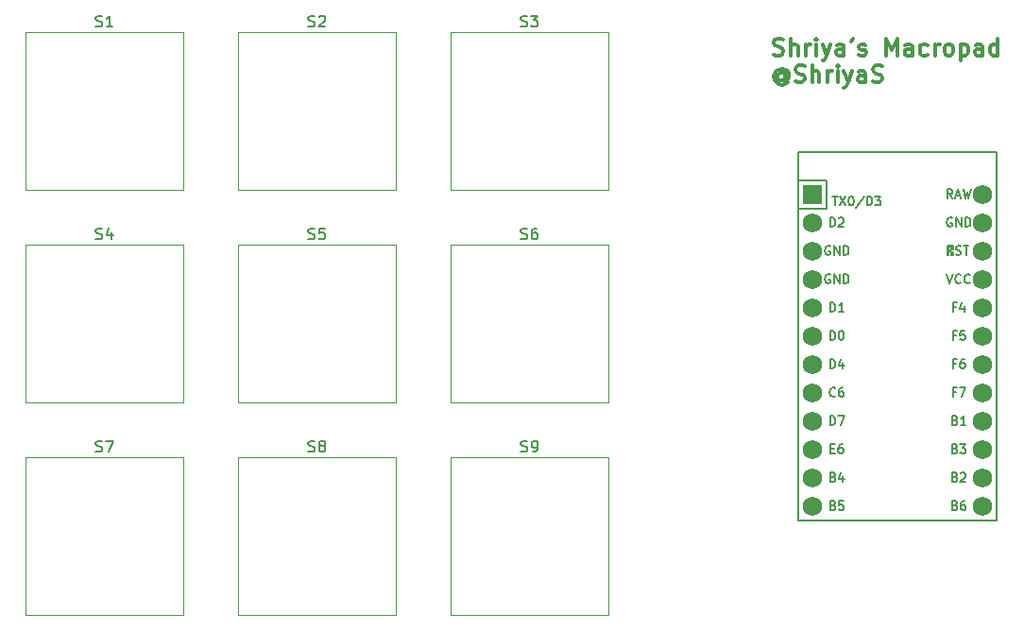
<source format=gbr>
%TF.GenerationSoftware,KiCad,Pcbnew,9.0.2*%
%TF.CreationDate,2025-06-28T14:34:15-07:00*%
%TF.ProjectId,untitled,756e7469-746c-4656-942e-6b696361645f,rev?*%
%TF.SameCoordinates,Original*%
%TF.FileFunction,Legend,Top*%
%TF.FilePolarity,Positive*%
%FSLAX46Y46*%
G04 Gerber Fmt 4.6, Leading zero omitted, Abs format (unit mm)*
G04 Created by KiCad (PCBNEW 9.0.2) date 2025-06-28 14:34:15*
%MOMM*%
%LPD*%
G01*
G04 APERTURE LIST*
%ADD10C,0.300000*%
%ADD11C,0.150000*%
%ADD12C,0.120000*%
%ADD13C,0.200000*%
%ADD14R,1.752600X1.752600*%
%ADD15C,1.752600*%
G04 APERTURE END LIST*
D10*
X160344332Y-71133234D02*
X160558618Y-71204662D01*
X160558618Y-71204662D02*
X160915760Y-71204662D01*
X160915760Y-71204662D02*
X161058618Y-71133234D01*
X161058618Y-71133234D02*
X161130046Y-71061805D01*
X161130046Y-71061805D02*
X161201475Y-70918948D01*
X161201475Y-70918948D02*
X161201475Y-70776091D01*
X161201475Y-70776091D02*
X161130046Y-70633234D01*
X161130046Y-70633234D02*
X161058618Y-70561805D01*
X161058618Y-70561805D02*
X160915760Y-70490376D01*
X160915760Y-70490376D02*
X160630046Y-70418948D01*
X160630046Y-70418948D02*
X160487189Y-70347519D01*
X160487189Y-70347519D02*
X160415760Y-70276091D01*
X160415760Y-70276091D02*
X160344332Y-70133234D01*
X160344332Y-70133234D02*
X160344332Y-69990376D01*
X160344332Y-69990376D02*
X160415760Y-69847519D01*
X160415760Y-69847519D02*
X160487189Y-69776091D01*
X160487189Y-69776091D02*
X160630046Y-69704662D01*
X160630046Y-69704662D02*
X160987189Y-69704662D01*
X160987189Y-69704662D02*
X161201475Y-69776091D01*
X161844331Y-71204662D02*
X161844331Y-69704662D01*
X162487189Y-71204662D02*
X162487189Y-70418948D01*
X162487189Y-70418948D02*
X162415760Y-70276091D01*
X162415760Y-70276091D02*
X162272903Y-70204662D01*
X162272903Y-70204662D02*
X162058617Y-70204662D01*
X162058617Y-70204662D02*
X161915760Y-70276091D01*
X161915760Y-70276091D02*
X161844331Y-70347519D01*
X163201474Y-71204662D02*
X163201474Y-70204662D01*
X163201474Y-70490376D02*
X163272903Y-70347519D01*
X163272903Y-70347519D02*
X163344332Y-70276091D01*
X163344332Y-70276091D02*
X163487189Y-70204662D01*
X163487189Y-70204662D02*
X163630046Y-70204662D01*
X164130045Y-71204662D02*
X164130045Y-70204662D01*
X164130045Y-69704662D02*
X164058617Y-69776091D01*
X164058617Y-69776091D02*
X164130045Y-69847519D01*
X164130045Y-69847519D02*
X164201474Y-69776091D01*
X164201474Y-69776091D02*
X164130045Y-69704662D01*
X164130045Y-69704662D02*
X164130045Y-69847519D01*
X164701474Y-70204662D02*
X165058617Y-71204662D01*
X165415760Y-70204662D02*
X165058617Y-71204662D01*
X165058617Y-71204662D02*
X164915760Y-71561805D01*
X164915760Y-71561805D02*
X164844331Y-71633234D01*
X164844331Y-71633234D02*
X164701474Y-71704662D01*
X166630046Y-71204662D02*
X166630046Y-70418948D01*
X166630046Y-70418948D02*
X166558617Y-70276091D01*
X166558617Y-70276091D02*
X166415760Y-70204662D01*
X166415760Y-70204662D02*
X166130046Y-70204662D01*
X166130046Y-70204662D02*
X165987188Y-70276091D01*
X166630046Y-71133234D02*
X166487188Y-71204662D01*
X166487188Y-71204662D02*
X166130046Y-71204662D01*
X166130046Y-71204662D02*
X165987188Y-71133234D01*
X165987188Y-71133234D02*
X165915760Y-70990376D01*
X165915760Y-70990376D02*
X165915760Y-70847519D01*
X165915760Y-70847519D02*
X165987188Y-70704662D01*
X165987188Y-70704662D02*
X166130046Y-70633234D01*
X166130046Y-70633234D02*
X166487188Y-70633234D01*
X166487188Y-70633234D02*
X166630046Y-70561805D01*
X167415760Y-69704662D02*
X167272903Y-69990376D01*
X167987189Y-71133234D02*
X168130046Y-71204662D01*
X168130046Y-71204662D02*
X168415760Y-71204662D01*
X168415760Y-71204662D02*
X168558617Y-71133234D01*
X168558617Y-71133234D02*
X168630046Y-70990376D01*
X168630046Y-70990376D02*
X168630046Y-70918948D01*
X168630046Y-70918948D02*
X168558617Y-70776091D01*
X168558617Y-70776091D02*
X168415760Y-70704662D01*
X168415760Y-70704662D02*
X168201475Y-70704662D01*
X168201475Y-70704662D02*
X168058617Y-70633234D01*
X168058617Y-70633234D02*
X167987189Y-70490376D01*
X167987189Y-70490376D02*
X167987189Y-70418948D01*
X167987189Y-70418948D02*
X168058617Y-70276091D01*
X168058617Y-70276091D02*
X168201475Y-70204662D01*
X168201475Y-70204662D02*
X168415760Y-70204662D01*
X168415760Y-70204662D02*
X168558617Y-70276091D01*
X170415760Y-71204662D02*
X170415760Y-69704662D01*
X170415760Y-69704662D02*
X170915760Y-70776091D01*
X170915760Y-70776091D02*
X171415760Y-69704662D01*
X171415760Y-69704662D02*
X171415760Y-71204662D01*
X172772904Y-71204662D02*
X172772904Y-70418948D01*
X172772904Y-70418948D02*
X172701475Y-70276091D01*
X172701475Y-70276091D02*
X172558618Y-70204662D01*
X172558618Y-70204662D02*
X172272904Y-70204662D01*
X172272904Y-70204662D02*
X172130046Y-70276091D01*
X172772904Y-71133234D02*
X172630046Y-71204662D01*
X172630046Y-71204662D02*
X172272904Y-71204662D01*
X172272904Y-71204662D02*
X172130046Y-71133234D01*
X172130046Y-71133234D02*
X172058618Y-70990376D01*
X172058618Y-70990376D02*
X172058618Y-70847519D01*
X172058618Y-70847519D02*
X172130046Y-70704662D01*
X172130046Y-70704662D02*
X172272904Y-70633234D01*
X172272904Y-70633234D02*
X172630046Y-70633234D01*
X172630046Y-70633234D02*
X172772904Y-70561805D01*
X174130047Y-71133234D02*
X173987189Y-71204662D01*
X173987189Y-71204662D02*
X173701475Y-71204662D01*
X173701475Y-71204662D02*
X173558618Y-71133234D01*
X173558618Y-71133234D02*
X173487189Y-71061805D01*
X173487189Y-71061805D02*
X173415761Y-70918948D01*
X173415761Y-70918948D02*
X173415761Y-70490376D01*
X173415761Y-70490376D02*
X173487189Y-70347519D01*
X173487189Y-70347519D02*
X173558618Y-70276091D01*
X173558618Y-70276091D02*
X173701475Y-70204662D01*
X173701475Y-70204662D02*
X173987189Y-70204662D01*
X173987189Y-70204662D02*
X174130047Y-70276091D01*
X174772903Y-71204662D02*
X174772903Y-70204662D01*
X174772903Y-70490376D02*
X174844332Y-70347519D01*
X174844332Y-70347519D02*
X174915761Y-70276091D01*
X174915761Y-70276091D02*
X175058618Y-70204662D01*
X175058618Y-70204662D02*
X175201475Y-70204662D01*
X175915760Y-71204662D02*
X175772903Y-71133234D01*
X175772903Y-71133234D02*
X175701474Y-71061805D01*
X175701474Y-71061805D02*
X175630046Y-70918948D01*
X175630046Y-70918948D02*
X175630046Y-70490376D01*
X175630046Y-70490376D02*
X175701474Y-70347519D01*
X175701474Y-70347519D02*
X175772903Y-70276091D01*
X175772903Y-70276091D02*
X175915760Y-70204662D01*
X175915760Y-70204662D02*
X176130046Y-70204662D01*
X176130046Y-70204662D02*
X176272903Y-70276091D01*
X176272903Y-70276091D02*
X176344332Y-70347519D01*
X176344332Y-70347519D02*
X176415760Y-70490376D01*
X176415760Y-70490376D02*
X176415760Y-70918948D01*
X176415760Y-70918948D02*
X176344332Y-71061805D01*
X176344332Y-71061805D02*
X176272903Y-71133234D01*
X176272903Y-71133234D02*
X176130046Y-71204662D01*
X176130046Y-71204662D02*
X175915760Y-71204662D01*
X177058617Y-70204662D02*
X177058617Y-71704662D01*
X177058617Y-70276091D02*
X177201475Y-70204662D01*
X177201475Y-70204662D02*
X177487189Y-70204662D01*
X177487189Y-70204662D02*
X177630046Y-70276091D01*
X177630046Y-70276091D02*
X177701475Y-70347519D01*
X177701475Y-70347519D02*
X177772903Y-70490376D01*
X177772903Y-70490376D02*
X177772903Y-70918948D01*
X177772903Y-70918948D02*
X177701475Y-71061805D01*
X177701475Y-71061805D02*
X177630046Y-71133234D01*
X177630046Y-71133234D02*
X177487189Y-71204662D01*
X177487189Y-71204662D02*
X177201475Y-71204662D01*
X177201475Y-71204662D02*
X177058617Y-71133234D01*
X179058618Y-71204662D02*
X179058618Y-70418948D01*
X179058618Y-70418948D02*
X178987189Y-70276091D01*
X178987189Y-70276091D02*
X178844332Y-70204662D01*
X178844332Y-70204662D02*
X178558618Y-70204662D01*
X178558618Y-70204662D02*
X178415760Y-70276091D01*
X179058618Y-71133234D02*
X178915760Y-71204662D01*
X178915760Y-71204662D02*
X178558618Y-71204662D01*
X178558618Y-71204662D02*
X178415760Y-71133234D01*
X178415760Y-71133234D02*
X178344332Y-70990376D01*
X178344332Y-70990376D02*
X178344332Y-70847519D01*
X178344332Y-70847519D02*
X178415760Y-70704662D01*
X178415760Y-70704662D02*
X178558618Y-70633234D01*
X178558618Y-70633234D02*
X178915760Y-70633234D01*
X178915760Y-70633234D02*
X179058618Y-70561805D01*
X180415761Y-71204662D02*
X180415761Y-69704662D01*
X180415761Y-71133234D02*
X180272903Y-71204662D01*
X180272903Y-71204662D02*
X179987189Y-71204662D01*
X179987189Y-71204662D02*
X179844332Y-71133234D01*
X179844332Y-71133234D02*
X179772903Y-71061805D01*
X179772903Y-71061805D02*
X179701475Y-70918948D01*
X179701475Y-70918948D02*
X179701475Y-70490376D01*
X179701475Y-70490376D02*
X179772903Y-70347519D01*
X179772903Y-70347519D02*
X179844332Y-70276091D01*
X179844332Y-70276091D02*
X179987189Y-70204662D01*
X179987189Y-70204662D02*
X180272903Y-70204662D01*
X180272903Y-70204662D02*
X180415761Y-70276091D01*
X161344332Y-72905292D02*
X161272903Y-72833864D01*
X161272903Y-72833864D02*
X161130046Y-72762435D01*
X161130046Y-72762435D02*
X160987189Y-72762435D01*
X160987189Y-72762435D02*
X160844332Y-72833864D01*
X160844332Y-72833864D02*
X160772903Y-72905292D01*
X160772903Y-72905292D02*
X160701475Y-73048150D01*
X160701475Y-73048150D02*
X160701475Y-73191007D01*
X160701475Y-73191007D02*
X160772903Y-73333864D01*
X160772903Y-73333864D02*
X160844332Y-73405292D01*
X160844332Y-73405292D02*
X160987189Y-73476721D01*
X160987189Y-73476721D02*
X161130046Y-73476721D01*
X161130046Y-73476721D02*
X161272903Y-73405292D01*
X161272903Y-73405292D02*
X161344332Y-73333864D01*
X161344332Y-72762435D02*
X161344332Y-73333864D01*
X161344332Y-73333864D02*
X161415760Y-73405292D01*
X161415760Y-73405292D02*
X161487189Y-73405292D01*
X161487189Y-73405292D02*
X161630046Y-73333864D01*
X161630046Y-73333864D02*
X161701475Y-73191007D01*
X161701475Y-73191007D02*
X161701475Y-72833864D01*
X161701475Y-72833864D02*
X161558618Y-72619578D01*
X161558618Y-72619578D02*
X161344332Y-72476721D01*
X161344332Y-72476721D02*
X161058618Y-72405292D01*
X161058618Y-72405292D02*
X160772903Y-72476721D01*
X160772903Y-72476721D02*
X160558618Y-72619578D01*
X160558618Y-72619578D02*
X160415760Y-72833864D01*
X160415760Y-72833864D02*
X160344332Y-73119578D01*
X160344332Y-73119578D02*
X160415760Y-73405292D01*
X160415760Y-73405292D02*
X160558618Y-73619578D01*
X160558618Y-73619578D02*
X160772903Y-73762435D01*
X160772903Y-73762435D02*
X161058618Y-73833864D01*
X161058618Y-73833864D02*
X161344332Y-73762435D01*
X161344332Y-73762435D02*
X161558618Y-73619578D01*
X162272903Y-73548150D02*
X162487189Y-73619578D01*
X162487189Y-73619578D02*
X162844331Y-73619578D01*
X162844331Y-73619578D02*
X162987189Y-73548150D01*
X162987189Y-73548150D02*
X163058617Y-73476721D01*
X163058617Y-73476721D02*
X163130046Y-73333864D01*
X163130046Y-73333864D02*
X163130046Y-73191007D01*
X163130046Y-73191007D02*
X163058617Y-73048150D01*
X163058617Y-73048150D02*
X162987189Y-72976721D01*
X162987189Y-72976721D02*
X162844331Y-72905292D01*
X162844331Y-72905292D02*
X162558617Y-72833864D01*
X162558617Y-72833864D02*
X162415760Y-72762435D01*
X162415760Y-72762435D02*
X162344331Y-72691007D01*
X162344331Y-72691007D02*
X162272903Y-72548150D01*
X162272903Y-72548150D02*
X162272903Y-72405292D01*
X162272903Y-72405292D02*
X162344331Y-72262435D01*
X162344331Y-72262435D02*
X162415760Y-72191007D01*
X162415760Y-72191007D02*
X162558617Y-72119578D01*
X162558617Y-72119578D02*
X162915760Y-72119578D01*
X162915760Y-72119578D02*
X163130046Y-72191007D01*
X163772902Y-73619578D02*
X163772902Y-72119578D01*
X164415760Y-73619578D02*
X164415760Y-72833864D01*
X164415760Y-72833864D02*
X164344331Y-72691007D01*
X164344331Y-72691007D02*
X164201474Y-72619578D01*
X164201474Y-72619578D02*
X163987188Y-72619578D01*
X163987188Y-72619578D02*
X163844331Y-72691007D01*
X163844331Y-72691007D02*
X163772902Y-72762435D01*
X165130045Y-73619578D02*
X165130045Y-72619578D01*
X165130045Y-72905292D02*
X165201474Y-72762435D01*
X165201474Y-72762435D02*
X165272903Y-72691007D01*
X165272903Y-72691007D02*
X165415760Y-72619578D01*
X165415760Y-72619578D02*
X165558617Y-72619578D01*
X166058616Y-73619578D02*
X166058616Y-72619578D01*
X166058616Y-72119578D02*
X165987188Y-72191007D01*
X165987188Y-72191007D02*
X166058616Y-72262435D01*
X166058616Y-72262435D02*
X166130045Y-72191007D01*
X166130045Y-72191007D02*
X166058616Y-72119578D01*
X166058616Y-72119578D02*
X166058616Y-72262435D01*
X166630045Y-72619578D02*
X166987188Y-73619578D01*
X167344331Y-72619578D02*
X166987188Y-73619578D01*
X166987188Y-73619578D02*
X166844331Y-73976721D01*
X166844331Y-73976721D02*
X166772902Y-74048150D01*
X166772902Y-74048150D02*
X166630045Y-74119578D01*
X168558617Y-73619578D02*
X168558617Y-72833864D01*
X168558617Y-72833864D02*
X168487188Y-72691007D01*
X168487188Y-72691007D02*
X168344331Y-72619578D01*
X168344331Y-72619578D02*
X168058617Y-72619578D01*
X168058617Y-72619578D02*
X167915759Y-72691007D01*
X168558617Y-73548150D02*
X168415759Y-73619578D01*
X168415759Y-73619578D02*
X168058617Y-73619578D01*
X168058617Y-73619578D02*
X167915759Y-73548150D01*
X167915759Y-73548150D02*
X167844331Y-73405292D01*
X167844331Y-73405292D02*
X167844331Y-73262435D01*
X167844331Y-73262435D02*
X167915759Y-73119578D01*
X167915759Y-73119578D02*
X168058617Y-73048150D01*
X168058617Y-73048150D02*
X168415759Y-73048150D01*
X168415759Y-73048150D02*
X168558617Y-72976721D01*
X169201474Y-73548150D02*
X169415760Y-73619578D01*
X169415760Y-73619578D02*
X169772902Y-73619578D01*
X169772902Y-73619578D02*
X169915760Y-73548150D01*
X169915760Y-73548150D02*
X169987188Y-73476721D01*
X169987188Y-73476721D02*
X170058617Y-73333864D01*
X170058617Y-73333864D02*
X170058617Y-73191007D01*
X170058617Y-73191007D02*
X169987188Y-73048150D01*
X169987188Y-73048150D02*
X169915760Y-72976721D01*
X169915760Y-72976721D02*
X169772902Y-72905292D01*
X169772902Y-72905292D02*
X169487188Y-72833864D01*
X169487188Y-72833864D02*
X169344331Y-72762435D01*
X169344331Y-72762435D02*
X169272902Y-72691007D01*
X169272902Y-72691007D02*
X169201474Y-72548150D01*
X169201474Y-72548150D02*
X169201474Y-72405292D01*
X169201474Y-72405292D02*
X169272902Y-72262435D01*
X169272902Y-72262435D02*
X169344331Y-72191007D01*
X169344331Y-72191007D02*
X169487188Y-72119578D01*
X169487188Y-72119578D02*
X169844331Y-72119578D01*
X169844331Y-72119578D02*
X170058617Y-72191007D01*
D11*
X99568095Y-87657200D02*
X99710952Y-87704819D01*
X99710952Y-87704819D02*
X99949047Y-87704819D01*
X99949047Y-87704819D02*
X100044285Y-87657200D01*
X100044285Y-87657200D02*
X100091904Y-87609580D01*
X100091904Y-87609580D02*
X100139523Y-87514342D01*
X100139523Y-87514342D02*
X100139523Y-87419104D01*
X100139523Y-87419104D02*
X100091904Y-87323866D01*
X100091904Y-87323866D02*
X100044285Y-87276247D01*
X100044285Y-87276247D02*
X99949047Y-87228628D01*
X99949047Y-87228628D02*
X99758571Y-87181009D01*
X99758571Y-87181009D02*
X99663333Y-87133390D01*
X99663333Y-87133390D02*
X99615714Y-87085771D01*
X99615714Y-87085771D02*
X99568095Y-86990533D01*
X99568095Y-86990533D02*
X99568095Y-86895295D01*
X99568095Y-86895295D02*
X99615714Y-86800057D01*
X99615714Y-86800057D02*
X99663333Y-86752438D01*
X99663333Y-86752438D02*
X99758571Y-86704819D01*
X99758571Y-86704819D02*
X99996666Y-86704819D01*
X99996666Y-86704819D02*
X100139523Y-86752438D01*
X100996666Y-87038152D02*
X100996666Y-87704819D01*
X100758571Y-86657200D02*
X100520476Y-87371485D01*
X100520476Y-87371485D02*
X101139523Y-87371485D01*
X137668095Y-87657200D02*
X137810952Y-87704819D01*
X137810952Y-87704819D02*
X138049047Y-87704819D01*
X138049047Y-87704819D02*
X138144285Y-87657200D01*
X138144285Y-87657200D02*
X138191904Y-87609580D01*
X138191904Y-87609580D02*
X138239523Y-87514342D01*
X138239523Y-87514342D02*
X138239523Y-87419104D01*
X138239523Y-87419104D02*
X138191904Y-87323866D01*
X138191904Y-87323866D02*
X138144285Y-87276247D01*
X138144285Y-87276247D02*
X138049047Y-87228628D01*
X138049047Y-87228628D02*
X137858571Y-87181009D01*
X137858571Y-87181009D02*
X137763333Y-87133390D01*
X137763333Y-87133390D02*
X137715714Y-87085771D01*
X137715714Y-87085771D02*
X137668095Y-86990533D01*
X137668095Y-86990533D02*
X137668095Y-86895295D01*
X137668095Y-86895295D02*
X137715714Y-86800057D01*
X137715714Y-86800057D02*
X137763333Y-86752438D01*
X137763333Y-86752438D02*
X137858571Y-86704819D01*
X137858571Y-86704819D02*
X138096666Y-86704819D01*
X138096666Y-86704819D02*
X138239523Y-86752438D01*
X139096666Y-86704819D02*
X138906190Y-86704819D01*
X138906190Y-86704819D02*
X138810952Y-86752438D01*
X138810952Y-86752438D02*
X138763333Y-86800057D01*
X138763333Y-86800057D02*
X138668095Y-86942914D01*
X138668095Y-86942914D02*
X138620476Y-87133390D01*
X138620476Y-87133390D02*
X138620476Y-87514342D01*
X138620476Y-87514342D02*
X138668095Y-87609580D01*
X138668095Y-87609580D02*
X138715714Y-87657200D01*
X138715714Y-87657200D02*
X138810952Y-87704819D01*
X138810952Y-87704819D02*
X139001428Y-87704819D01*
X139001428Y-87704819D02*
X139096666Y-87657200D01*
X139096666Y-87657200D02*
X139144285Y-87609580D01*
X139144285Y-87609580D02*
X139191904Y-87514342D01*
X139191904Y-87514342D02*
X139191904Y-87276247D01*
X139191904Y-87276247D02*
X139144285Y-87181009D01*
X139144285Y-87181009D02*
X139096666Y-87133390D01*
X139096666Y-87133390D02*
X139001428Y-87085771D01*
X139001428Y-87085771D02*
X138810952Y-87085771D01*
X138810952Y-87085771D02*
X138715714Y-87133390D01*
X138715714Y-87133390D02*
X138668095Y-87181009D01*
X138668095Y-87181009D02*
X138620476Y-87276247D01*
X137668095Y-106707200D02*
X137810952Y-106754819D01*
X137810952Y-106754819D02*
X138049047Y-106754819D01*
X138049047Y-106754819D02*
X138144285Y-106707200D01*
X138144285Y-106707200D02*
X138191904Y-106659580D01*
X138191904Y-106659580D02*
X138239523Y-106564342D01*
X138239523Y-106564342D02*
X138239523Y-106469104D01*
X138239523Y-106469104D02*
X138191904Y-106373866D01*
X138191904Y-106373866D02*
X138144285Y-106326247D01*
X138144285Y-106326247D02*
X138049047Y-106278628D01*
X138049047Y-106278628D02*
X137858571Y-106231009D01*
X137858571Y-106231009D02*
X137763333Y-106183390D01*
X137763333Y-106183390D02*
X137715714Y-106135771D01*
X137715714Y-106135771D02*
X137668095Y-106040533D01*
X137668095Y-106040533D02*
X137668095Y-105945295D01*
X137668095Y-105945295D02*
X137715714Y-105850057D01*
X137715714Y-105850057D02*
X137763333Y-105802438D01*
X137763333Y-105802438D02*
X137858571Y-105754819D01*
X137858571Y-105754819D02*
X138096666Y-105754819D01*
X138096666Y-105754819D02*
X138239523Y-105802438D01*
X138715714Y-106754819D02*
X138906190Y-106754819D01*
X138906190Y-106754819D02*
X139001428Y-106707200D01*
X139001428Y-106707200D02*
X139049047Y-106659580D01*
X139049047Y-106659580D02*
X139144285Y-106516723D01*
X139144285Y-106516723D02*
X139191904Y-106326247D01*
X139191904Y-106326247D02*
X139191904Y-105945295D01*
X139191904Y-105945295D02*
X139144285Y-105850057D01*
X139144285Y-105850057D02*
X139096666Y-105802438D01*
X139096666Y-105802438D02*
X139001428Y-105754819D01*
X139001428Y-105754819D02*
X138810952Y-105754819D01*
X138810952Y-105754819D02*
X138715714Y-105802438D01*
X138715714Y-105802438D02*
X138668095Y-105850057D01*
X138668095Y-105850057D02*
X138620476Y-105945295D01*
X138620476Y-105945295D02*
X138620476Y-106183390D01*
X138620476Y-106183390D02*
X138668095Y-106278628D01*
X138668095Y-106278628D02*
X138715714Y-106326247D01*
X138715714Y-106326247D02*
X138810952Y-106373866D01*
X138810952Y-106373866D02*
X139001428Y-106373866D01*
X139001428Y-106373866D02*
X139096666Y-106326247D01*
X139096666Y-106326247D02*
X139144285Y-106278628D01*
X139144285Y-106278628D02*
X139191904Y-106183390D01*
X118618095Y-87657200D02*
X118760952Y-87704819D01*
X118760952Y-87704819D02*
X118999047Y-87704819D01*
X118999047Y-87704819D02*
X119094285Y-87657200D01*
X119094285Y-87657200D02*
X119141904Y-87609580D01*
X119141904Y-87609580D02*
X119189523Y-87514342D01*
X119189523Y-87514342D02*
X119189523Y-87419104D01*
X119189523Y-87419104D02*
X119141904Y-87323866D01*
X119141904Y-87323866D02*
X119094285Y-87276247D01*
X119094285Y-87276247D02*
X118999047Y-87228628D01*
X118999047Y-87228628D02*
X118808571Y-87181009D01*
X118808571Y-87181009D02*
X118713333Y-87133390D01*
X118713333Y-87133390D02*
X118665714Y-87085771D01*
X118665714Y-87085771D02*
X118618095Y-86990533D01*
X118618095Y-86990533D02*
X118618095Y-86895295D01*
X118618095Y-86895295D02*
X118665714Y-86800057D01*
X118665714Y-86800057D02*
X118713333Y-86752438D01*
X118713333Y-86752438D02*
X118808571Y-86704819D01*
X118808571Y-86704819D02*
X119046666Y-86704819D01*
X119046666Y-86704819D02*
X119189523Y-86752438D01*
X120094285Y-86704819D02*
X119618095Y-86704819D01*
X119618095Y-86704819D02*
X119570476Y-87181009D01*
X119570476Y-87181009D02*
X119618095Y-87133390D01*
X119618095Y-87133390D02*
X119713333Y-87085771D01*
X119713333Y-87085771D02*
X119951428Y-87085771D01*
X119951428Y-87085771D02*
X120046666Y-87133390D01*
X120046666Y-87133390D02*
X120094285Y-87181009D01*
X120094285Y-87181009D02*
X120141904Y-87276247D01*
X120141904Y-87276247D02*
X120141904Y-87514342D01*
X120141904Y-87514342D02*
X120094285Y-87609580D01*
X120094285Y-87609580D02*
X120046666Y-87657200D01*
X120046666Y-87657200D02*
X119951428Y-87704819D01*
X119951428Y-87704819D02*
X119713333Y-87704819D01*
X119713333Y-87704819D02*
X119618095Y-87657200D01*
X119618095Y-87657200D02*
X119570476Y-87609580D01*
X118618095Y-68607200D02*
X118760952Y-68654819D01*
X118760952Y-68654819D02*
X118999047Y-68654819D01*
X118999047Y-68654819D02*
X119094285Y-68607200D01*
X119094285Y-68607200D02*
X119141904Y-68559580D01*
X119141904Y-68559580D02*
X119189523Y-68464342D01*
X119189523Y-68464342D02*
X119189523Y-68369104D01*
X119189523Y-68369104D02*
X119141904Y-68273866D01*
X119141904Y-68273866D02*
X119094285Y-68226247D01*
X119094285Y-68226247D02*
X118999047Y-68178628D01*
X118999047Y-68178628D02*
X118808571Y-68131009D01*
X118808571Y-68131009D02*
X118713333Y-68083390D01*
X118713333Y-68083390D02*
X118665714Y-68035771D01*
X118665714Y-68035771D02*
X118618095Y-67940533D01*
X118618095Y-67940533D02*
X118618095Y-67845295D01*
X118618095Y-67845295D02*
X118665714Y-67750057D01*
X118665714Y-67750057D02*
X118713333Y-67702438D01*
X118713333Y-67702438D02*
X118808571Y-67654819D01*
X118808571Y-67654819D02*
X119046666Y-67654819D01*
X119046666Y-67654819D02*
X119189523Y-67702438D01*
X119570476Y-67750057D02*
X119618095Y-67702438D01*
X119618095Y-67702438D02*
X119713333Y-67654819D01*
X119713333Y-67654819D02*
X119951428Y-67654819D01*
X119951428Y-67654819D02*
X120046666Y-67702438D01*
X120046666Y-67702438D02*
X120094285Y-67750057D01*
X120094285Y-67750057D02*
X120141904Y-67845295D01*
X120141904Y-67845295D02*
X120141904Y-67940533D01*
X120141904Y-67940533D02*
X120094285Y-68083390D01*
X120094285Y-68083390D02*
X119522857Y-68654819D01*
X119522857Y-68654819D02*
X120141904Y-68654819D01*
X165398524Y-104343545D02*
X165398524Y-103543545D01*
X165398524Y-103543545D02*
X165589000Y-103543545D01*
X165589000Y-103543545D02*
X165703286Y-103581640D01*
X165703286Y-103581640D02*
X165779476Y-103657830D01*
X165779476Y-103657830D02*
X165817571Y-103734021D01*
X165817571Y-103734021D02*
X165855667Y-103886402D01*
X165855667Y-103886402D02*
X165855667Y-104000688D01*
X165855667Y-104000688D02*
X165817571Y-104153069D01*
X165817571Y-104153069D02*
X165779476Y-104229259D01*
X165779476Y-104229259D02*
X165703286Y-104305450D01*
X165703286Y-104305450D02*
X165589000Y-104343545D01*
X165589000Y-104343545D02*
X165398524Y-104343545D01*
X166122333Y-103543545D02*
X166655667Y-103543545D01*
X166655667Y-103543545D02*
X166312809Y-104343545D01*
X165855667Y-101727354D02*
X165817571Y-101765450D01*
X165817571Y-101765450D02*
X165703286Y-101803545D01*
X165703286Y-101803545D02*
X165627095Y-101803545D01*
X165627095Y-101803545D02*
X165512809Y-101765450D01*
X165512809Y-101765450D02*
X165436619Y-101689259D01*
X165436619Y-101689259D02*
X165398524Y-101613069D01*
X165398524Y-101613069D02*
X165360428Y-101460688D01*
X165360428Y-101460688D02*
X165360428Y-101346402D01*
X165360428Y-101346402D02*
X165398524Y-101194021D01*
X165398524Y-101194021D02*
X165436619Y-101117830D01*
X165436619Y-101117830D02*
X165512809Y-101041640D01*
X165512809Y-101041640D02*
X165627095Y-101003545D01*
X165627095Y-101003545D02*
X165703286Y-101003545D01*
X165703286Y-101003545D02*
X165817571Y-101041640D01*
X165817571Y-101041640D02*
X165855667Y-101079735D01*
X166541381Y-101003545D02*
X166389000Y-101003545D01*
X166389000Y-101003545D02*
X166312809Y-101041640D01*
X166312809Y-101041640D02*
X166274714Y-101079735D01*
X166274714Y-101079735D02*
X166198524Y-101194021D01*
X166198524Y-101194021D02*
X166160428Y-101346402D01*
X166160428Y-101346402D02*
X166160428Y-101651164D01*
X166160428Y-101651164D02*
X166198524Y-101727354D01*
X166198524Y-101727354D02*
X166236619Y-101765450D01*
X166236619Y-101765450D02*
X166312809Y-101803545D01*
X166312809Y-101803545D02*
X166465190Y-101803545D01*
X166465190Y-101803545D02*
X166541381Y-101765450D01*
X166541381Y-101765450D02*
X166579476Y-101727354D01*
X166579476Y-101727354D02*
X166617571Y-101651164D01*
X166617571Y-101651164D02*
X166617571Y-101460688D01*
X166617571Y-101460688D02*
X166579476Y-101384497D01*
X166579476Y-101384497D02*
X166541381Y-101346402D01*
X166541381Y-101346402D02*
X166465190Y-101308307D01*
X166465190Y-101308307D02*
X166312809Y-101308307D01*
X166312809Y-101308307D02*
X166236619Y-101346402D01*
X166236619Y-101346402D02*
X166198524Y-101384497D01*
X166198524Y-101384497D02*
X166160428Y-101460688D01*
X165436619Y-106464497D02*
X165703285Y-106464497D01*
X165817571Y-106883545D02*
X165436619Y-106883545D01*
X165436619Y-106883545D02*
X165436619Y-106083545D01*
X165436619Y-106083545D02*
X165817571Y-106083545D01*
X166503286Y-106083545D02*
X166350905Y-106083545D01*
X166350905Y-106083545D02*
X166274714Y-106121640D01*
X166274714Y-106121640D02*
X166236619Y-106159735D01*
X166236619Y-106159735D02*
X166160429Y-106274021D01*
X166160429Y-106274021D02*
X166122333Y-106426402D01*
X166122333Y-106426402D02*
X166122333Y-106731164D01*
X166122333Y-106731164D02*
X166160429Y-106807354D01*
X166160429Y-106807354D02*
X166198524Y-106845450D01*
X166198524Y-106845450D02*
X166274714Y-106883545D01*
X166274714Y-106883545D02*
X166427095Y-106883545D01*
X166427095Y-106883545D02*
X166503286Y-106845450D01*
X166503286Y-106845450D02*
X166541381Y-106807354D01*
X166541381Y-106807354D02*
X166579476Y-106731164D01*
X166579476Y-106731164D02*
X166579476Y-106540688D01*
X166579476Y-106540688D02*
X166541381Y-106464497D01*
X166541381Y-106464497D02*
X166503286Y-106426402D01*
X166503286Y-106426402D02*
X166427095Y-106388307D01*
X166427095Y-106388307D02*
X166274714Y-106388307D01*
X166274714Y-106388307D02*
X166198524Y-106426402D01*
X166198524Y-106426402D02*
X166160429Y-106464497D01*
X166160429Y-106464497D02*
X166122333Y-106540688D01*
X165599523Y-83862295D02*
X166056666Y-83862295D01*
X165828094Y-84662295D02*
X165828094Y-83862295D01*
X166247142Y-83862295D02*
X166780476Y-84662295D01*
X166780476Y-83862295D02*
X166247142Y-84662295D01*
X167237619Y-83862295D02*
X167313809Y-83862295D01*
X167313809Y-83862295D02*
X167390000Y-83900390D01*
X167390000Y-83900390D02*
X167428095Y-83938485D01*
X167428095Y-83938485D02*
X167466190Y-84014676D01*
X167466190Y-84014676D02*
X167504285Y-84167057D01*
X167504285Y-84167057D02*
X167504285Y-84357533D01*
X167504285Y-84357533D02*
X167466190Y-84509914D01*
X167466190Y-84509914D02*
X167428095Y-84586104D01*
X167428095Y-84586104D02*
X167390000Y-84624200D01*
X167390000Y-84624200D02*
X167313809Y-84662295D01*
X167313809Y-84662295D02*
X167237619Y-84662295D01*
X167237619Y-84662295D02*
X167161428Y-84624200D01*
X167161428Y-84624200D02*
X167123333Y-84586104D01*
X167123333Y-84586104D02*
X167085238Y-84509914D01*
X167085238Y-84509914D02*
X167047142Y-84357533D01*
X167047142Y-84357533D02*
X167047142Y-84167057D01*
X167047142Y-84167057D02*
X167085238Y-84014676D01*
X167085238Y-84014676D02*
X167123333Y-83938485D01*
X167123333Y-83938485D02*
X167161428Y-83900390D01*
X167161428Y-83900390D02*
X167237619Y-83862295D01*
X168418571Y-83824200D02*
X167732857Y-84852771D01*
X168685238Y-84662295D02*
X168685238Y-83862295D01*
X168685238Y-83862295D02*
X168875714Y-83862295D01*
X168875714Y-83862295D02*
X168990000Y-83900390D01*
X168990000Y-83900390D02*
X169066190Y-83976580D01*
X169066190Y-83976580D02*
X169104285Y-84052771D01*
X169104285Y-84052771D02*
X169142381Y-84205152D01*
X169142381Y-84205152D02*
X169142381Y-84319438D01*
X169142381Y-84319438D02*
X169104285Y-84471819D01*
X169104285Y-84471819D02*
X169066190Y-84548009D01*
X169066190Y-84548009D02*
X168990000Y-84624200D01*
X168990000Y-84624200D02*
X168875714Y-84662295D01*
X168875714Y-84662295D02*
X168685238Y-84662295D01*
X169409047Y-83862295D02*
X169904285Y-83862295D01*
X169904285Y-83862295D02*
X169637619Y-84167057D01*
X169637619Y-84167057D02*
X169751904Y-84167057D01*
X169751904Y-84167057D02*
X169828095Y-84205152D01*
X169828095Y-84205152D02*
X169866190Y-84243247D01*
X169866190Y-84243247D02*
X169904285Y-84319438D01*
X169904285Y-84319438D02*
X169904285Y-84509914D01*
X169904285Y-84509914D02*
X169866190Y-84586104D01*
X169866190Y-84586104D02*
X169828095Y-84624200D01*
X169828095Y-84624200D02*
X169751904Y-84662295D01*
X169751904Y-84662295D02*
X169523333Y-84662295D01*
X169523333Y-84662295D02*
X169447142Y-84624200D01*
X169447142Y-84624200D02*
X169409047Y-84586104D01*
X165398524Y-96723545D02*
X165398524Y-95923545D01*
X165398524Y-95923545D02*
X165589000Y-95923545D01*
X165589000Y-95923545D02*
X165703286Y-95961640D01*
X165703286Y-95961640D02*
X165779476Y-96037830D01*
X165779476Y-96037830D02*
X165817571Y-96114021D01*
X165817571Y-96114021D02*
X165855667Y-96266402D01*
X165855667Y-96266402D02*
X165855667Y-96380688D01*
X165855667Y-96380688D02*
X165817571Y-96533069D01*
X165817571Y-96533069D02*
X165779476Y-96609259D01*
X165779476Y-96609259D02*
X165703286Y-96685450D01*
X165703286Y-96685450D02*
X165589000Y-96723545D01*
X165589000Y-96723545D02*
X165398524Y-96723545D01*
X166350905Y-95923545D02*
X166427095Y-95923545D01*
X166427095Y-95923545D02*
X166503286Y-95961640D01*
X166503286Y-95961640D02*
X166541381Y-95999735D01*
X166541381Y-95999735D02*
X166579476Y-96075926D01*
X166579476Y-96075926D02*
X166617571Y-96228307D01*
X166617571Y-96228307D02*
X166617571Y-96418783D01*
X166617571Y-96418783D02*
X166579476Y-96571164D01*
X166579476Y-96571164D02*
X166541381Y-96647354D01*
X166541381Y-96647354D02*
X166503286Y-96685450D01*
X166503286Y-96685450D02*
X166427095Y-96723545D01*
X166427095Y-96723545D02*
X166350905Y-96723545D01*
X166350905Y-96723545D02*
X166274714Y-96685450D01*
X166274714Y-96685450D02*
X166236619Y-96647354D01*
X166236619Y-96647354D02*
X166198524Y-96571164D01*
X166198524Y-96571164D02*
X166160428Y-96418783D01*
X166160428Y-96418783D02*
X166160428Y-96228307D01*
X166160428Y-96228307D02*
X166198524Y-96075926D01*
X166198524Y-96075926D02*
X166236619Y-95999735D01*
X166236619Y-95999735D02*
X166274714Y-95961640D01*
X166274714Y-95961640D02*
X166350905Y-95923545D01*
X176587190Y-106464497D02*
X176701476Y-106502592D01*
X176701476Y-106502592D02*
X176739571Y-106540688D01*
X176739571Y-106540688D02*
X176777667Y-106616878D01*
X176777667Y-106616878D02*
X176777667Y-106731164D01*
X176777667Y-106731164D02*
X176739571Y-106807354D01*
X176739571Y-106807354D02*
X176701476Y-106845450D01*
X176701476Y-106845450D02*
X176625286Y-106883545D01*
X176625286Y-106883545D02*
X176320524Y-106883545D01*
X176320524Y-106883545D02*
X176320524Y-106083545D01*
X176320524Y-106083545D02*
X176587190Y-106083545D01*
X176587190Y-106083545D02*
X176663381Y-106121640D01*
X176663381Y-106121640D02*
X176701476Y-106159735D01*
X176701476Y-106159735D02*
X176739571Y-106235926D01*
X176739571Y-106235926D02*
X176739571Y-106312116D01*
X176739571Y-106312116D02*
X176701476Y-106388307D01*
X176701476Y-106388307D02*
X176663381Y-106426402D01*
X176663381Y-106426402D02*
X176587190Y-106464497D01*
X176587190Y-106464497D02*
X176320524Y-106464497D01*
X177044333Y-106083545D02*
X177539571Y-106083545D01*
X177539571Y-106083545D02*
X177272905Y-106388307D01*
X177272905Y-106388307D02*
X177387190Y-106388307D01*
X177387190Y-106388307D02*
X177463381Y-106426402D01*
X177463381Y-106426402D02*
X177501476Y-106464497D01*
X177501476Y-106464497D02*
X177539571Y-106540688D01*
X177539571Y-106540688D02*
X177539571Y-106731164D01*
X177539571Y-106731164D02*
X177501476Y-106807354D01*
X177501476Y-106807354D02*
X177463381Y-106845450D01*
X177463381Y-106845450D02*
X177387190Y-106883545D01*
X177387190Y-106883545D02*
X177158619Y-106883545D01*
X177158619Y-106883545D02*
X177082428Y-106845450D01*
X177082428Y-106845450D02*
X177044333Y-106807354D01*
X176644333Y-93764497D02*
X176377667Y-93764497D01*
X176377667Y-94183545D02*
X176377667Y-93383545D01*
X176377667Y-93383545D02*
X176758619Y-93383545D01*
X177406238Y-93650211D02*
X177406238Y-94183545D01*
X177215762Y-93345450D02*
X177025285Y-93916878D01*
X177025285Y-93916878D02*
X177520524Y-93916878D01*
X175844333Y-90843545D02*
X176111000Y-91643545D01*
X176111000Y-91643545D02*
X176377666Y-90843545D01*
X177101476Y-91567354D02*
X177063380Y-91605450D01*
X177063380Y-91605450D02*
X176949095Y-91643545D01*
X176949095Y-91643545D02*
X176872904Y-91643545D01*
X176872904Y-91643545D02*
X176758618Y-91605450D01*
X176758618Y-91605450D02*
X176682428Y-91529259D01*
X176682428Y-91529259D02*
X176644333Y-91453069D01*
X176644333Y-91453069D02*
X176606237Y-91300688D01*
X176606237Y-91300688D02*
X176606237Y-91186402D01*
X176606237Y-91186402D02*
X176644333Y-91034021D01*
X176644333Y-91034021D02*
X176682428Y-90957830D01*
X176682428Y-90957830D02*
X176758618Y-90881640D01*
X176758618Y-90881640D02*
X176872904Y-90843545D01*
X176872904Y-90843545D02*
X176949095Y-90843545D01*
X176949095Y-90843545D02*
X177063380Y-90881640D01*
X177063380Y-90881640D02*
X177101476Y-90919735D01*
X177901476Y-91567354D02*
X177863380Y-91605450D01*
X177863380Y-91605450D02*
X177749095Y-91643545D01*
X177749095Y-91643545D02*
X177672904Y-91643545D01*
X177672904Y-91643545D02*
X177558618Y-91605450D01*
X177558618Y-91605450D02*
X177482428Y-91529259D01*
X177482428Y-91529259D02*
X177444333Y-91453069D01*
X177444333Y-91453069D02*
X177406237Y-91300688D01*
X177406237Y-91300688D02*
X177406237Y-91186402D01*
X177406237Y-91186402D02*
X177444333Y-91034021D01*
X177444333Y-91034021D02*
X177482428Y-90957830D01*
X177482428Y-90957830D02*
X177558618Y-90881640D01*
X177558618Y-90881640D02*
X177672904Y-90843545D01*
X177672904Y-90843545D02*
X177749095Y-90843545D01*
X177749095Y-90843545D02*
X177863380Y-90881640D01*
X177863380Y-90881640D02*
X177901476Y-90919735D01*
X165665190Y-111544497D02*
X165779476Y-111582592D01*
X165779476Y-111582592D02*
X165817571Y-111620688D01*
X165817571Y-111620688D02*
X165855667Y-111696878D01*
X165855667Y-111696878D02*
X165855667Y-111811164D01*
X165855667Y-111811164D02*
X165817571Y-111887354D01*
X165817571Y-111887354D02*
X165779476Y-111925450D01*
X165779476Y-111925450D02*
X165703286Y-111963545D01*
X165703286Y-111963545D02*
X165398524Y-111963545D01*
X165398524Y-111963545D02*
X165398524Y-111163545D01*
X165398524Y-111163545D02*
X165665190Y-111163545D01*
X165665190Y-111163545D02*
X165741381Y-111201640D01*
X165741381Y-111201640D02*
X165779476Y-111239735D01*
X165779476Y-111239735D02*
X165817571Y-111315926D01*
X165817571Y-111315926D02*
X165817571Y-111392116D01*
X165817571Y-111392116D02*
X165779476Y-111468307D01*
X165779476Y-111468307D02*
X165741381Y-111506402D01*
X165741381Y-111506402D02*
X165665190Y-111544497D01*
X165665190Y-111544497D02*
X165398524Y-111544497D01*
X166579476Y-111163545D02*
X166198524Y-111163545D01*
X166198524Y-111163545D02*
X166160428Y-111544497D01*
X166160428Y-111544497D02*
X166198524Y-111506402D01*
X166198524Y-111506402D02*
X166274714Y-111468307D01*
X166274714Y-111468307D02*
X166465190Y-111468307D01*
X166465190Y-111468307D02*
X166541381Y-111506402D01*
X166541381Y-111506402D02*
X166579476Y-111544497D01*
X166579476Y-111544497D02*
X166617571Y-111620688D01*
X166617571Y-111620688D02*
X166617571Y-111811164D01*
X166617571Y-111811164D02*
X166579476Y-111887354D01*
X166579476Y-111887354D02*
X166541381Y-111925450D01*
X166541381Y-111925450D02*
X166465190Y-111963545D01*
X166465190Y-111963545D02*
X166274714Y-111963545D01*
X166274714Y-111963545D02*
X166198524Y-111925450D01*
X166198524Y-111925450D02*
X166160428Y-111887354D01*
X176644333Y-98844497D02*
X176377667Y-98844497D01*
X176377667Y-99263545D02*
X176377667Y-98463545D01*
X176377667Y-98463545D02*
X176758619Y-98463545D01*
X177406238Y-98463545D02*
X177253857Y-98463545D01*
X177253857Y-98463545D02*
X177177666Y-98501640D01*
X177177666Y-98501640D02*
X177139571Y-98539735D01*
X177139571Y-98539735D02*
X177063381Y-98654021D01*
X177063381Y-98654021D02*
X177025285Y-98806402D01*
X177025285Y-98806402D02*
X177025285Y-99111164D01*
X177025285Y-99111164D02*
X177063381Y-99187354D01*
X177063381Y-99187354D02*
X177101476Y-99225450D01*
X177101476Y-99225450D02*
X177177666Y-99263545D01*
X177177666Y-99263545D02*
X177330047Y-99263545D01*
X177330047Y-99263545D02*
X177406238Y-99225450D01*
X177406238Y-99225450D02*
X177444333Y-99187354D01*
X177444333Y-99187354D02*
X177482428Y-99111164D01*
X177482428Y-99111164D02*
X177482428Y-98920688D01*
X177482428Y-98920688D02*
X177444333Y-98844497D01*
X177444333Y-98844497D02*
X177406238Y-98806402D01*
X177406238Y-98806402D02*
X177330047Y-98768307D01*
X177330047Y-98768307D02*
X177177666Y-98768307D01*
X177177666Y-98768307D02*
X177101476Y-98806402D01*
X177101476Y-98806402D02*
X177063381Y-98844497D01*
X177063381Y-98844497D02*
X177025285Y-98920688D01*
X176587190Y-109004497D02*
X176701476Y-109042592D01*
X176701476Y-109042592D02*
X176739571Y-109080688D01*
X176739571Y-109080688D02*
X176777667Y-109156878D01*
X176777667Y-109156878D02*
X176777667Y-109271164D01*
X176777667Y-109271164D02*
X176739571Y-109347354D01*
X176739571Y-109347354D02*
X176701476Y-109385450D01*
X176701476Y-109385450D02*
X176625286Y-109423545D01*
X176625286Y-109423545D02*
X176320524Y-109423545D01*
X176320524Y-109423545D02*
X176320524Y-108623545D01*
X176320524Y-108623545D02*
X176587190Y-108623545D01*
X176587190Y-108623545D02*
X176663381Y-108661640D01*
X176663381Y-108661640D02*
X176701476Y-108699735D01*
X176701476Y-108699735D02*
X176739571Y-108775926D01*
X176739571Y-108775926D02*
X176739571Y-108852116D01*
X176739571Y-108852116D02*
X176701476Y-108928307D01*
X176701476Y-108928307D02*
X176663381Y-108966402D01*
X176663381Y-108966402D02*
X176587190Y-109004497D01*
X176587190Y-109004497D02*
X176320524Y-109004497D01*
X177082428Y-108699735D02*
X177120524Y-108661640D01*
X177120524Y-108661640D02*
X177196714Y-108623545D01*
X177196714Y-108623545D02*
X177387190Y-108623545D01*
X177387190Y-108623545D02*
X177463381Y-108661640D01*
X177463381Y-108661640D02*
X177501476Y-108699735D01*
X177501476Y-108699735D02*
X177539571Y-108775926D01*
X177539571Y-108775926D02*
X177539571Y-108852116D01*
X177539571Y-108852116D02*
X177501476Y-108966402D01*
X177501476Y-108966402D02*
X177044333Y-109423545D01*
X177044333Y-109423545D02*
X177539571Y-109423545D01*
X176644333Y-101384497D02*
X176377667Y-101384497D01*
X176377667Y-101803545D02*
X176377667Y-101003545D01*
X176377667Y-101003545D02*
X176758619Y-101003545D01*
X176987190Y-101003545D02*
X177520524Y-101003545D01*
X177520524Y-101003545D02*
X177177666Y-101803545D01*
X165379476Y-90881640D02*
X165303286Y-90843545D01*
X165303286Y-90843545D02*
X165189000Y-90843545D01*
X165189000Y-90843545D02*
X165074714Y-90881640D01*
X165074714Y-90881640D02*
X164998524Y-90957830D01*
X164998524Y-90957830D02*
X164960429Y-91034021D01*
X164960429Y-91034021D02*
X164922333Y-91186402D01*
X164922333Y-91186402D02*
X164922333Y-91300688D01*
X164922333Y-91300688D02*
X164960429Y-91453069D01*
X164960429Y-91453069D02*
X164998524Y-91529259D01*
X164998524Y-91529259D02*
X165074714Y-91605450D01*
X165074714Y-91605450D02*
X165189000Y-91643545D01*
X165189000Y-91643545D02*
X165265191Y-91643545D01*
X165265191Y-91643545D02*
X165379476Y-91605450D01*
X165379476Y-91605450D02*
X165417572Y-91567354D01*
X165417572Y-91567354D02*
X165417572Y-91300688D01*
X165417572Y-91300688D02*
X165265191Y-91300688D01*
X165760429Y-91643545D02*
X165760429Y-90843545D01*
X165760429Y-90843545D02*
X166217572Y-91643545D01*
X166217572Y-91643545D02*
X166217572Y-90843545D01*
X166598524Y-91643545D02*
X166598524Y-90843545D01*
X166598524Y-90843545D02*
X166789000Y-90843545D01*
X166789000Y-90843545D02*
X166903286Y-90881640D01*
X166903286Y-90881640D02*
X166979476Y-90957830D01*
X166979476Y-90957830D02*
X167017571Y-91034021D01*
X167017571Y-91034021D02*
X167055667Y-91186402D01*
X167055667Y-91186402D02*
X167055667Y-91300688D01*
X167055667Y-91300688D02*
X167017571Y-91453069D01*
X167017571Y-91453069D02*
X166979476Y-91529259D01*
X166979476Y-91529259D02*
X166903286Y-91605450D01*
X166903286Y-91605450D02*
X166789000Y-91643545D01*
X166789000Y-91643545D02*
X166598524Y-91643545D01*
X165665190Y-109004497D02*
X165779476Y-109042592D01*
X165779476Y-109042592D02*
X165817571Y-109080688D01*
X165817571Y-109080688D02*
X165855667Y-109156878D01*
X165855667Y-109156878D02*
X165855667Y-109271164D01*
X165855667Y-109271164D02*
X165817571Y-109347354D01*
X165817571Y-109347354D02*
X165779476Y-109385450D01*
X165779476Y-109385450D02*
X165703286Y-109423545D01*
X165703286Y-109423545D02*
X165398524Y-109423545D01*
X165398524Y-109423545D02*
X165398524Y-108623545D01*
X165398524Y-108623545D02*
X165665190Y-108623545D01*
X165665190Y-108623545D02*
X165741381Y-108661640D01*
X165741381Y-108661640D02*
X165779476Y-108699735D01*
X165779476Y-108699735D02*
X165817571Y-108775926D01*
X165817571Y-108775926D02*
X165817571Y-108852116D01*
X165817571Y-108852116D02*
X165779476Y-108928307D01*
X165779476Y-108928307D02*
X165741381Y-108966402D01*
X165741381Y-108966402D02*
X165665190Y-109004497D01*
X165665190Y-109004497D02*
X165398524Y-109004497D01*
X166541381Y-108890211D02*
X166541381Y-109423545D01*
X166350905Y-108585450D02*
X166160428Y-109156878D01*
X166160428Y-109156878D02*
X166655667Y-109156878D01*
X176301476Y-85801640D02*
X176225286Y-85763545D01*
X176225286Y-85763545D02*
X176111000Y-85763545D01*
X176111000Y-85763545D02*
X175996714Y-85801640D01*
X175996714Y-85801640D02*
X175920524Y-85877830D01*
X175920524Y-85877830D02*
X175882429Y-85954021D01*
X175882429Y-85954021D02*
X175844333Y-86106402D01*
X175844333Y-86106402D02*
X175844333Y-86220688D01*
X175844333Y-86220688D02*
X175882429Y-86373069D01*
X175882429Y-86373069D02*
X175920524Y-86449259D01*
X175920524Y-86449259D02*
X175996714Y-86525450D01*
X175996714Y-86525450D02*
X176111000Y-86563545D01*
X176111000Y-86563545D02*
X176187191Y-86563545D01*
X176187191Y-86563545D02*
X176301476Y-86525450D01*
X176301476Y-86525450D02*
X176339572Y-86487354D01*
X176339572Y-86487354D02*
X176339572Y-86220688D01*
X176339572Y-86220688D02*
X176187191Y-86220688D01*
X176682429Y-86563545D02*
X176682429Y-85763545D01*
X176682429Y-85763545D02*
X177139572Y-86563545D01*
X177139572Y-86563545D02*
X177139572Y-85763545D01*
X177520524Y-86563545D02*
X177520524Y-85763545D01*
X177520524Y-85763545D02*
X177711000Y-85763545D01*
X177711000Y-85763545D02*
X177825286Y-85801640D01*
X177825286Y-85801640D02*
X177901476Y-85877830D01*
X177901476Y-85877830D02*
X177939571Y-85954021D01*
X177939571Y-85954021D02*
X177977667Y-86106402D01*
X177977667Y-86106402D02*
X177977667Y-86220688D01*
X177977667Y-86220688D02*
X177939571Y-86373069D01*
X177939571Y-86373069D02*
X177901476Y-86449259D01*
X177901476Y-86449259D02*
X177825286Y-86525450D01*
X177825286Y-86525450D02*
X177711000Y-86563545D01*
X177711000Y-86563545D02*
X177520524Y-86563545D01*
X165398524Y-99263545D02*
X165398524Y-98463545D01*
X165398524Y-98463545D02*
X165589000Y-98463545D01*
X165589000Y-98463545D02*
X165703286Y-98501640D01*
X165703286Y-98501640D02*
X165779476Y-98577830D01*
X165779476Y-98577830D02*
X165817571Y-98654021D01*
X165817571Y-98654021D02*
X165855667Y-98806402D01*
X165855667Y-98806402D02*
X165855667Y-98920688D01*
X165855667Y-98920688D02*
X165817571Y-99073069D01*
X165817571Y-99073069D02*
X165779476Y-99149259D01*
X165779476Y-99149259D02*
X165703286Y-99225450D01*
X165703286Y-99225450D02*
X165589000Y-99263545D01*
X165589000Y-99263545D02*
X165398524Y-99263545D01*
X166541381Y-98730211D02*
X166541381Y-99263545D01*
X166350905Y-98425450D02*
X166160428Y-98996878D01*
X166160428Y-98996878D02*
X166655667Y-98996878D01*
X176587190Y-111544497D02*
X176701476Y-111582592D01*
X176701476Y-111582592D02*
X176739571Y-111620688D01*
X176739571Y-111620688D02*
X176777667Y-111696878D01*
X176777667Y-111696878D02*
X176777667Y-111811164D01*
X176777667Y-111811164D02*
X176739571Y-111887354D01*
X176739571Y-111887354D02*
X176701476Y-111925450D01*
X176701476Y-111925450D02*
X176625286Y-111963545D01*
X176625286Y-111963545D02*
X176320524Y-111963545D01*
X176320524Y-111963545D02*
X176320524Y-111163545D01*
X176320524Y-111163545D02*
X176587190Y-111163545D01*
X176587190Y-111163545D02*
X176663381Y-111201640D01*
X176663381Y-111201640D02*
X176701476Y-111239735D01*
X176701476Y-111239735D02*
X176739571Y-111315926D01*
X176739571Y-111315926D02*
X176739571Y-111392116D01*
X176739571Y-111392116D02*
X176701476Y-111468307D01*
X176701476Y-111468307D02*
X176663381Y-111506402D01*
X176663381Y-111506402D02*
X176587190Y-111544497D01*
X176587190Y-111544497D02*
X176320524Y-111544497D01*
X177463381Y-111163545D02*
X177311000Y-111163545D01*
X177311000Y-111163545D02*
X177234809Y-111201640D01*
X177234809Y-111201640D02*
X177196714Y-111239735D01*
X177196714Y-111239735D02*
X177120524Y-111354021D01*
X177120524Y-111354021D02*
X177082428Y-111506402D01*
X177082428Y-111506402D02*
X177082428Y-111811164D01*
X177082428Y-111811164D02*
X177120524Y-111887354D01*
X177120524Y-111887354D02*
X177158619Y-111925450D01*
X177158619Y-111925450D02*
X177234809Y-111963545D01*
X177234809Y-111963545D02*
X177387190Y-111963545D01*
X177387190Y-111963545D02*
X177463381Y-111925450D01*
X177463381Y-111925450D02*
X177501476Y-111887354D01*
X177501476Y-111887354D02*
X177539571Y-111811164D01*
X177539571Y-111811164D02*
X177539571Y-111620688D01*
X177539571Y-111620688D02*
X177501476Y-111544497D01*
X177501476Y-111544497D02*
X177463381Y-111506402D01*
X177463381Y-111506402D02*
X177387190Y-111468307D01*
X177387190Y-111468307D02*
X177234809Y-111468307D01*
X177234809Y-111468307D02*
X177158619Y-111506402D01*
X177158619Y-111506402D02*
X177120524Y-111544497D01*
X177120524Y-111544497D02*
X177082428Y-111620688D01*
X176587190Y-103924497D02*
X176701476Y-103962592D01*
X176701476Y-103962592D02*
X176739571Y-104000688D01*
X176739571Y-104000688D02*
X176777667Y-104076878D01*
X176777667Y-104076878D02*
X176777667Y-104191164D01*
X176777667Y-104191164D02*
X176739571Y-104267354D01*
X176739571Y-104267354D02*
X176701476Y-104305450D01*
X176701476Y-104305450D02*
X176625286Y-104343545D01*
X176625286Y-104343545D02*
X176320524Y-104343545D01*
X176320524Y-104343545D02*
X176320524Y-103543545D01*
X176320524Y-103543545D02*
X176587190Y-103543545D01*
X176587190Y-103543545D02*
X176663381Y-103581640D01*
X176663381Y-103581640D02*
X176701476Y-103619735D01*
X176701476Y-103619735D02*
X176739571Y-103695926D01*
X176739571Y-103695926D02*
X176739571Y-103772116D01*
X176739571Y-103772116D02*
X176701476Y-103848307D01*
X176701476Y-103848307D02*
X176663381Y-103886402D01*
X176663381Y-103886402D02*
X176587190Y-103924497D01*
X176587190Y-103924497D02*
X176320524Y-103924497D01*
X177539571Y-104343545D02*
X177082428Y-104343545D01*
X177311000Y-104343545D02*
X177311000Y-103543545D01*
X177311000Y-103543545D02*
X177234809Y-103657830D01*
X177234809Y-103657830D02*
X177158619Y-103734021D01*
X177158619Y-103734021D02*
X177082428Y-103772116D01*
X176649786Y-89035450D02*
X176764072Y-89073545D01*
X176764072Y-89073545D02*
X176954548Y-89073545D01*
X176954548Y-89073545D02*
X177030739Y-89035450D01*
X177030739Y-89035450D02*
X177068834Y-88997354D01*
X177068834Y-88997354D02*
X177106929Y-88921164D01*
X177106929Y-88921164D02*
X177106929Y-88844973D01*
X177106929Y-88844973D02*
X177068834Y-88768783D01*
X177068834Y-88768783D02*
X177030739Y-88730688D01*
X177030739Y-88730688D02*
X176954548Y-88692592D01*
X176954548Y-88692592D02*
X176802167Y-88654497D01*
X176802167Y-88654497D02*
X176725977Y-88616402D01*
X176725977Y-88616402D02*
X176687882Y-88578307D01*
X176687882Y-88578307D02*
X176649786Y-88502116D01*
X176649786Y-88502116D02*
X176649786Y-88425926D01*
X176649786Y-88425926D02*
X176687882Y-88349735D01*
X176687882Y-88349735D02*
X176725977Y-88311640D01*
X176725977Y-88311640D02*
X176802167Y-88273545D01*
X176802167Y-88273545D02*
X176992644Y-88273545D01*
X176992644Y-88273545D02*
X177106929Y-88311640D01*
X177335501Y-88273545D02*
X177792644Y-88273545D01*
X177564072Y-89073545D02*
X177564072Y-88273545D01*
X165398524Y-94183545D02*
X165398524Y-93383545D01*
X165398524Y-93383545D02*
X165589000Y-93383545D01*
X165589000Y-93383545D02*
X165703286Y-93421640D01*
X165703286Y-93421640D02*
X165779476Y-93497830D01*
X165779476Y-93497830D02*
X165817571Y-93574021D01*
X165817571Y-93574021D02*
X165855667Y-93726402D01*
X165855667Y-93726402D02*
X165855667Y-93840688D01*
X165855667Y-93840688D02*
X165817571Y-93993069D01*
X165817571Y-93993069D02*
X165779476Y-94069259D01*
X165779476Y-94069259D02*
X165703286Y-94145450D01*
X165703286Y-94145450D02*
X165589000Y-94183545D01*
X165589000Y-94183545D02*
X165398524Y-94183545D01*
X166617571Y-94183545D02*
X166160428Y-94183545D01*
X166389000Y-94183545D02*
X166389000Y-93383545D01*
X166389000Y-93383545D02*
X166312809Y-93497830D01*
X166312809Y-93497830D02*
X166236619Y-93574021D01*
X166236619Y-93574021D02*
X166160428Y-93612116D01*
X165379476Y-88341640D02*
X165303286Y-88303545D01*
X165303286Y-88303545D02*
X165189000Y-88303545D01*
X165189000Y-88303545D02*
X165074714Y-88341640D01*
X165074714Y-88341640D02*
X164998524Y-88417830D01*
X164998524Y-88417830D02*
X164960429Y-88494021D01*
X164960429Y-88494021D02*
X164922333Y-88646402D01*
X164922333Y-88646402D02*
X164922333Y-88760688D01*
X164922333Y-88760688D02*
X164960429Y-88913069D01*
X164960429Y-88913069D02*
X164998524Y-88989259D01*
X164998524Y-88989259D02*
X165074714Y-89065450D01*
X165074714Y-89065450D02*
X165189000Y-89103545D01*
X165189000Y-89103545D02*
X165265191Y-89103545D01*
X165265191Y-89103545D02*
X165379476Y-89065450D01*
X165379476Y-89065450D02*
X165417572Y-89027354D01*
X165417572Y-89027354D02*
X165417572Y-88760688D01*
X165417572Y-88760688D02*
X165265191Y-88760688D01*
X165760429Y-89103545D02*
X165760429Y-88303545D01*
X165760429Y-88303545D02*
X166217572Y-89103545D01*
X166217572Y-89103545D02*
X166217572Y-88303545D01*
X166598524Y-89103545D02*
X166598524Y-88303545D01*
X166598524Y-88303545D02*
X166789000Y-88303545D01*
X166789000Y-88303545D02*
X166903286Y-88341640D01*
X166903286Y-88341640D02*
X166979476Y-88417830D01*
X166979476Y-88417830D02*
X167017571Y-88494021D01*
X167017571Y-88494021D02*
X167055667Y-88646402D01*
X167055667Y-88646402D02*
X167055667Y-88760688D01*
X167055667Y-88760688D02*
X167017571Y-88913069D01*
X167017571Y-88913069D02*
X166979476Y-88989259D01*
X166979476Y-88989259D02*
X166903286Y-89065450D01*
X166903286Y-89065450D02*
X166789000Y-89103545D01*
X166789000Y-89103545D02*
X166598524Y-89103545D01*
X176644333Y-96304497D02*
X176377667Y-96304497D01*
X176377667Y-96723545D02*
X176377667Y-95923545D01*
X176377667Y-95923545D02*
X176758619Y-95923545D01*
X177444333Y-95923545D02*
X177063381Y-95923545D01*
X177063381Y-95923545D02*
X177025285Y-96304497D01*
X177025285Y-96304497D02*
X177063381Y-96266402D01*
X177063381Y-96266402D02*
X177139571Y-96228307D01*
X177139571Y-96228307D02*
X177330047Y-96228307D01*
X177330047Y-96228307D02*
X177406238Y-96266402D01*
X177406238Y-96266402D02*
X177444333Y-96304497D01*
X177444333Y-96304497D02*
X177482428Y-96380688D01*
X177482428Y-96380688D02*
X177482428Y-96571164D01*
X177482428Y-96571164D02*
X177444333Y-96647354D01*
X177444333Y-96647354D02*
X177406238Y-96685450D01*
X177406238Y-96685450D02*
X177330047Y-96723545D01*
X177330047Y-96723545D02*
X177139571Y-96723545D01*
X177139571Y-96723545D02*
X177063381Y-96685450D01*
X177063381Y-96685450D02*
X177025285Y-96647354D01*
X165398524Y-86563545D02*
X165398524Y-85763545D01*
X165398524Y-85763545D02*
X165589000Y-85763545D01*
X165589000Y-85763545D02*
X165703286Y-85801640D01*
X165703286Y-85801640D02*
X165779476Y-85877830D01*
X165779476Y-85877830D02*
X165817571Y-85954021D01*
X165817571Y-85954021D02*
X165855667Y-86106402D01*
X165855667Y-86106402D02*
X165855667Y-86220688D01*
X165855667Y-86220688D02*
X165817571Y-86373069D01*
X165817571Y-86373069D02*
X165779476Y-86449259D01*
X165779476Y-86449259D02*
X165703286Y-86525450D01*
X165703286Y-86525450D02*
X165589000Y-86563545D01*
X165589000Y-86563545D02*
X165398524Y-86563545D01*
X166160428Y-85839735D02*
X166198524Y-85801640D01*
X166198524Y-85801640D02*
X166274714Y-85763545D01*
X166274714Y-85763545D02*
X166465190Y-85763545D01*
X166465190Y-85763545D02*
X166541381Y-85801640D01*
X166541381Y-85801640D02*
X166579476Y-85839735D01*
X166579476Y-85839735D02*
X166617571Y-85915926D01*
X166617571Y-85915926D02*
X166617571Y-85992116D01*
X166617571Y-85992116D02*
X166579476Y-86106402D01*
X166579476Y-86106402D02*
X166122333Y-86563545D01*
X166122333Y-86563545D02*
X166617571Y-86563545D01*
X176358619Y-84023545D02*
X176091952Y-83642592D01*
X175901476Y-84023545D02*
X175901476Y-83223545D01*
X175901476Y-83223545D02*
X176206238Y-83223545D01*
X176206238Y-83223545D02*
X176282428Y-83261640D01*
X176282428Y-83261640D02*
X176320523Y-83299735D01*
X176320523Y-83299735D02*
X176358619Y-83375926D01*
X176358619Y-83375926D02*
X176358619Y-83490211D01*
X176358619Y-83490211D02*
X176320523Y-83566402D01*
X176320523Y-83566402D02*
X176282428Y-83604497D01*
X176282428Y-83604497D02*
X176206238Y-83642592D01*
X176206238Y-83642592D02*
X175901476Y-83642592D01*
X176663380Y-83794973D02*
X177044333Y-83794973D01*
X176587190Y-84023545D02*
X176853857Y-83223545D01*
X176853857Y-83223545D02*
X177120523Y-84023545D01*
X177310999Y-83223545D02*
X177501475Y-84023545D01*
X177501475Y-84023545D02*
X177653856Y-83452116D01*
X177653856Y-83452116D02*
X177806237Y-84023545D01*
X177806237Y-84023545D02*
X177996714Y-83223545D01*
X118618095Y-106707200D02*
X118760952Y-106754819D01*
X118760952Y-106754819D02*
X118999047Y-106754819D01*
X118999047Y-106754819D02*
X119094285Y-106707200D01*
X119094285Y-106707200D02*
X119141904Y-106659580D01*
X119141904Y-106659580D02*
X119189523Y-106564342D01*
X119189523Y-106564342D02*
X119189523Y-106469104D01*
X119189523Y-106469104D02*
X119141904Y-106373866D01*
X119141904Y-106373866D02*
X119094285Y-106326247D01*
X119094285Y-106326247D02*
X118999047Y-106278628D01*
X118999047Y-106278628D02*
X118808571Y-106231009D01*
X118808571Y-106231009D02*
X118713333Y-106183390D01*
X118713333Y-106183390D02*
X118665714Y-106135771D01*
X118665714Y-106135771D02*
X118618095Y-106040533D01*
X118618095Y-106040533D02*
X118618095Y-105945295D01*
X118618095Y-105945295D02*
X118665714Y-105850057D01*
X118665714Y-105850057D02*
X118713333Y-105802438D01*
X118713333Y-105802438D02*
X118808571Y-105754819D01*
X118808571Y-105754819D02*
X119046666Y-105754819D01*
X119046666Y-105754819D02*
X119189523Y-105802438D01*
X119760952Y-106183390D02*
X119665714Y-106135771D01*
X119665714Y-106135771D02*
X119618095Y-106088152D01*
X119618095Y-106088152D02*
X119570476Y-105992914D01*
X119570476Y-105992914D02*
X119570476Y-105945295D01*
X119570476Y-105945295D02*
X119618095Y-105850057D01*
X119618095Y-105850057D02*
X119665714Y-105802438D01*
X119665714Y-105802438D02*
X119760952Y-105754819D01*
X119760952Y-105754819D02*
X119951428Y-105754819D01*
X119951428Y-105754819D02*
X120046666Y-105802438D01*
X120046666Y-105802438D02*
X120094285Y-105850057D01*
X120094285Y-105850057D02*
X120141904Y-105945295D01*
X120141904Y-105945295D02*
X120141904Y-105992914D01*
X120141904Y-105992914D02*
X120094285Y-106088152D01*
X120094285Y-106088152D02*
X120046666Y-106135771D01*
X120046666Y-106135771D02*
X119951428Y-106183390D01*
X119951428Y-106183390D02*
X119760952Y-106183390D01*
X119760952Y-106183390D02*
X119665714Y-106231009D01*
X119665714Y-106231009D02*
X119618095Y-106278628D01*
X119618095Y-106278628D02*
X119570476Y-106373866D01*
X119570476Y-106373866D02*
X119570476Y-106564342D01*
X119570476Y-106564342D02*
X119618095Y-106659580D01*
X119618095Y-106659580D02*
X119665714Y-106707200D01*
X119665714Y-106707200D02*
X119760952Y-106754819D01*
X119760952Y-106754819D02*
X119951428Y-106754819D01*
X119951428Y-106754819D02*
X120046666Y-106707200D01*
X120046666Y-106707200D02*
X120094285Y-106659580D01*
X120094285Y-106659580D02*
X120141904Y-106564342D01*
X120141904Y-106564342D02*
X120141904Y-106373866D01*
X120141904Y-106373866D02*
X120094285Y-106278628D01*
X120094285Y-106278628D02*
X120046666Y-106231009D01*
X120046666Y-106231009D02*
X119951428Y-106183390D01*
X99568095Y-106707200D02*
X99710952Y-106754819D01*
X99710952Y-106754819D02*
X99949047Y-106754819D01*
X99949047Y-106754819D02*
X100044285Y-106707200D01*
X100044285Y-106707200D02*
X100091904Y-106659580D01*
X100091904Y-106659580D02*
X100139523Y-106564342D01*
X100139523Y-106564342D02*
X100139523Y-106469104D01*
X100139523Y-106469104D02*
X100091904Y-106373866D01*
X100091904Y-106373866D02*
X100044285Y-106326247D01*
X100044285Y-106326247D02*
X99949047Y-106278628D01*
X99949047Y-106278628D02*
X99758571Y-106231009D01*
X99758571Y-106231009D02*
X99663333Y-106183390D01*
X99663333Y-106183390D02*
X99615714Y-106135771D01*
X99615714Y-106135771D02*
X99568095Y-106040533D01*
X99568095Y-106040533D02*
X99568095Y-105945295D01*
X99568095Y-105945295D02*
X99615714Y-105850057D01*
X99615714Y-105850057D02*
X99663333Y-105802438D01*
X99663333Y-105802438D02*
X99758571Y-105754819D01*
X99758571Y-105754819D02*
X99996666Y-105754819D01*
X99996666Y-105754819D02*
X100139523Y-105802438D01*
X100472857Y-105754819D02*
X101139523Y-105754819D01*
X101139523Y-105754819D02*
X100710952Y-106754819D01*
X137668095Y-68607200D02*
X137810952Y-68654819D01*
X137810952Y-68654819D02*
X138049047Y-68654819D01*
X138049047Y-68654819D02*
X138144285Y-68607200D01*
X138144285Y-68607200D02*
X138191904Y-68559580D01*
X138191904Y-68559580D02*
X138239523Y-68464342D01*
X138239523Y-68464342D02*
X138239523Y-68369104D01*
X138239523Y-68369104D02*
X138191904Y-68273866D01*
X138191904Y-68273866D02*
X138144285Y-68226247D01*
X138144285Y-68226247D02*
X138049047Y-68178628D01*
X138049047Y-68178628D02*
X137858571Y-68131009D01*
X137858571Y-68131009D02*
X137763333Y-68083390D01*
X137763333Y-68083390D02*
X137715714Y-68035771D01*
X137715714Y-68035771D02*
X137668095Y-67940533D01*
X137668095Y-67940533D02*
X137668095Y-67845295D01*
X137668095Y-67845295D02*
X137715714Y-67750057D01*
X137715714Y-67750057D02*
X137763333Y-67702438D01*
X137763333Y-67702438D02*
X137858571Y-67654819D01*
X137858571Y-67654819D02*
X138096666Y-67654819D01*
X138096666Y-67654819D02*
X138239523Y-67702438D01*
X138572857Y-67654819D02*
X139191904Y-67654819D01*
X139191904Y-67654819D02*
X138858571Y-68035771D01*
X138858571Y-68035771D02*
X139001428Y-68035771D01*
X139001428Y-68035771D02*
X139096666Y-68083390D01*
X139096666Y-68083390D02*
X139144285Y-68131009D01*
X139144285Y-68131009D02*
X139191904Y-68226247D01*
X139191904Y-68226247D02*
X139191904Y-68464342D01*
X139191904Y-68464342D02*
X139144285Y-68559580D01*
X139144285Y-68559580D02*
X139096666Y-68607200D01*
X139096666Y-68607200D02*
X139001428Y-68654819D01*
X139001428Y-68654819D02*
X138715714Y-68654819D01*
X138715714Y-68654819D02*
X138620476Y-68607200D01*
X138620476Y-68607200D02*
X138572857Y-68559580D01*
X99568095Y-68607200D02*
X99710952Y-68654819D01*
X99710952Y-68654819D02*
X99949047Y-68654819D01*
X99949047Y-68654819D02*
X100044285Y-68607200D01*
X100044285Y-68607200D02*
X100091904Y-68559580D01*
X100091904Y-68559580D02*
X100139523Y-68464342D01*
X100139523Y-68464342D02*
X100139523Y-68369104D01*
X100139523Y-68369104D02*
X100091904Y-68273866D01*
X100091904Y-68273866D02*
X100044285Y-68226247D01*
X100044285Y-68226247D02*
X99949047Y-68178628D01*
X99949047Y-68178628D02*
X99758571Y-68131009D01*
X99758571Y-68131009D02*
X99663333Y-68083390D01*
X99663333Y-68083390D02*
X99615714Y-68035771D01*
X99615714Y-68035771D02*
X99568095Y-67940533D01*
X99568095Y-67940533D02*
X99568095Y-67845295D01*
X99568095Y-67845295D02*
X99615714Y-67750057D01*
X99615714Y-67750057D02*
X99663333Y-67702438D01*
X99663333Y-67702438D02*
X99758571Y-67654819D01*
X99758571Y-67654819D02*
X99996666Y-67654819D01*
X99996666Y-67654819D02*
X100139523Y-67702438D01*
X101091904Y-68654819D02*
X100520476Y-68654819D01*
X100806190Y-68654819D02*
X100806190Y-67654819D01*
X100806190Y-67654819D02*
X100710952Y-67797676D01*
X100710952Y-67797676D02*
X100615714Y-67892914D01*
X100615714Y-67892914D02*
X100520476Y-67940533D01*
D12*
%TO.C,S4*%
X93230000Y-88150000D02*
X93230000Y-102350000D01*
X93230000Y-102350000D02*
X107430000Y-102350000D01*
X107430000Y-88150000D02*
X93230000Y-88150000D01*
X107430000Y-102350000D02*
X107430000Y-88150000D01*
%TO.C,S6*%
X131330000Y-88150000D02*
X131330000Y-102350000D01*
X131330000Y-102350000D02*
X145530000Y-102350000D01*
X145530000Y-88150000D02*
X131330000Y-88150000D01*
X145530000Y-102350000D02*
X145530000Y-88150000D01*
%TO.C,S9*%
X131330000Y-107200000D02*
X131330000Y-121400000D01*
X131330000Y-121400000D02*
X145530000Y-121400000D01*
X145530000Y-107200000D02*
X131330000Y-107200000D01*
X145530000Y-121400000D02*
X145530000Y-107200000D01*
%TO.C,S5*%
X112280000Y-88150000D02*
X112280000Y-102350000D01*
X112280000Y-102350000D02*
X126480000Y-102350000D01*
X126480000Y-88150000D02*
X112280000Y-88150000D01*
X126480000Y-102350000D02*
X126480000Y-88150000D01*
%TO.C,S2*%
X112280000Y-69100000D02*
X112280000Y-83300000D01*
X112280000Y-83300000D02*
X126480000Y-83300000D01*
X126480000Y-69100000D02*
X112280000Y-69100000D01*
X126480000Y-83300000D02*
X126480000Y-69100000D01*
D13*
%TO.C,U1*%
X162560000Y-79851250D02*
X162560000Y-112871250D01*
X162560000Y-112871250D02*
X180340000Y-112871250D01*
X165100000Y-82391250D02*
X162560000Y-82391250D01*
X165100000Y-82391250D02*
X165100000Y-84931250D01*
X165100000Y-84931250D02*
X162560000Y-84931250D01*
X180340000Y-79851250D02*
X162560000Y-79851250D01*
X180340000Y-112871250D02*
X180340000Y-79851250D01*
D11*
X175981568Y-89070610D02*
X175881568Y-89070610D01*
X175881568Y-88270610D01*
X175981568Y-88270610D01*
X175981568Y-89070610D01*
G36*
X175981568Y-89070610D02*
G01*
X175881568Y-89070610D01*
X175881568Y-88270610D01*
X175981568Y-88270610D01*
X175981568Y-89070610D01*
G37*
X176181568Y-88770610D02*
X176081568Y-88770610D01*
X176081568Y-88670610D01*
X176181568Y-88670610D01*
X176181568Y-88770610D01*
G36*
X176181568Y-88770610D02*
G01*
X176081568Y-88770610D01*
X176081568Y-88670610D01*
X176181568Y-88670610D01*
X176181568Y-88770610D01*
G37*
X176381568Y-88370610D02*
X175881568Y-88370610D01*
X175881568Y-88270610D01*
X176381568Y-88270610D01*
X176381568Y-88370610D01*
G36*
X176381568Y-88370610D02*
G01*
X175881568Y-88370610D01*
X175881568Y-88270610D01*
X176381568Y-88270610D01*
X176381568Y-88370610D01*
G37*
X176381568Y-88570610D02*
X176281568Y-88570610D01*
X176281568Y-88270610D01*
X176381568Y-88270610D01*
X176381568Y-88570610D01*
G36*
X176381568Y-88570610D02*
G01*
X176281568Y-88570610D01*
X176281568Y-88270610D01*
X176381568Y-88270610D01*
X176381568Y-88570610D01*
G37*
X176381568Y-89070610D02*
X176281568Y-89070610D01*
X176281568Y-88870610D01*
X176381568Y-88870610D01*
X176381568Y-89070610D01*
G36*
X176381568Y-89070610D02*
G01*
X176281568Y-89070610D01*
X176281568Y-88870610D01*
X176381568Y-88870610D01*
X176381568Y-89070610D01*
G37*
D12*
%TO.C,S8*%
X112280000Y-107200000D02*
X112280000Y-121400000D01*
X112280000Y-121400000D02*
X126480000Y-121400000D01*
X126480000Y-107200000D02*
X112280000Y-107200000D01*
X126480000Y-121400000D02*
X126480000Y-107200000D01*
%TO.C,S7*%
X93230000Y-107200000D02*
X93230000Y-121400000D01*
X93230000Y-121400000D02*
X107430000Y-121400000D01*
X107430000Y-107200000D02*
X93230000Y-107200000D01*
X107430000Y-121400000D02*
X107430000Y-107200000D01*
%TO.C,S3*%
X131330000Y-69100000D02*
X131330000Y-83300000D01*
X131330000Y-83300000D02*
X145530000Y-83300000D01*
X145530000Y-69100000D02*
X131330000Y-69100000D01*
X145530000Y-83300000D02*
X145530000Y-69100000D01*
%TO.C,S1*%
X93230000Y-69100000D02*
X93230000Y-83300000D01*
X93230000Y-83300000D02*
X107430000Y-83300000D01*
X107430000Y-69100000D02*
X93230000Y-69100000D01*
X107430000Y-83300000D02*
X107430000Y-69100000D01*
%TD*%
D14*
%TO.C,U1*%
X163830000Y-83661250D03*
D15*
X163830000Y-86201250D03*
X163830000Y-88741250D03*
X163830000Y-91281250D03*
X163830000Y-93821250D03*
X163830000Y-96361250D03*
X163830000Y-98901250D03*
X163830000Y-101441250D03*
X163830000Y-103981250D03*
X163830000Y-106521250D03*
X163830000Y-109061250D03*
X163830000Y-111601250D03*
X179070000Y-111601250D03*
X179070000Y-109061250D03*
X179070000Y-106521250D03*
X179070000Y-103981250D03*
X179070000Y-101441250D03*
X179070000Y-98901250D03*
X179070000Y-96361250D03*
X179070000Y-93821250D03*
X179070000Y-91281250D03*
X179070000Y-88741250D03*
X179070000Y-86201250D03*
X179070000Y-83661250D03*
%TD*%
M02*

</source>
